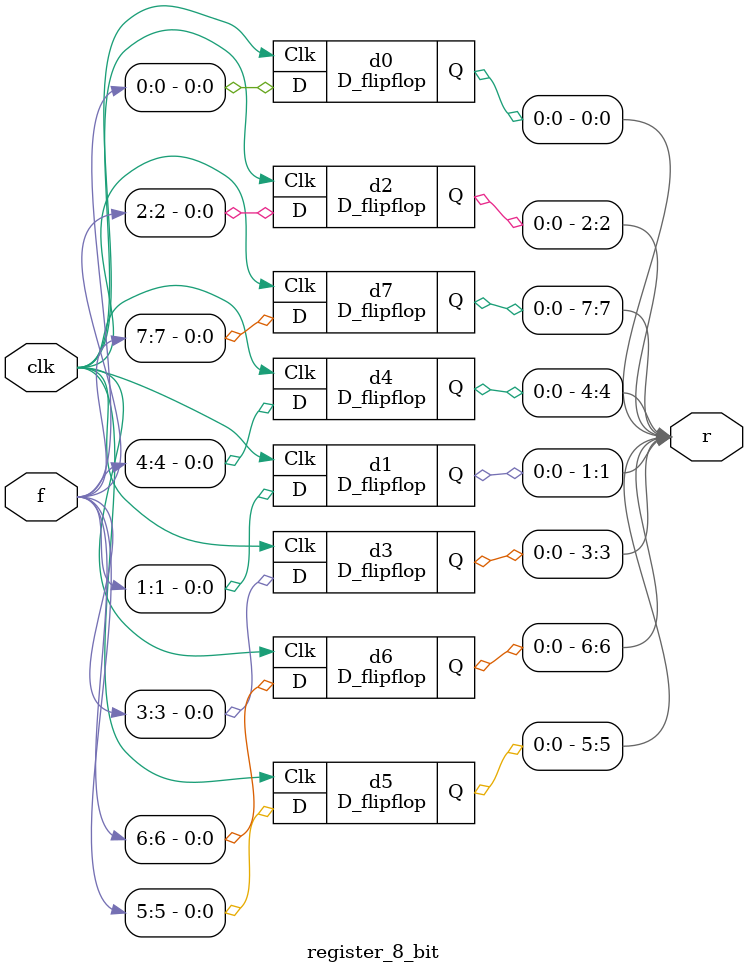
<source format=v>
module D_flipflop(Q,D,Clk);
	input D,Clk;
	output Q;
	reg Q;
	always@(posedge Clk)
		Q<=D;
endmodule
module register_8_bit(clk,f,r);
	input [7:0]f;
	input clk;
	output [7:0]r;
	D_flipflop d0(r[0],f[0],clk);
	D_flipflop d1(r[1],f[1],clk);
	D_flipflop d2(r[2],f[2],clk);
	D_flipflop d3(r[3],f[3],clk);
	D_flipflop d4(r[4],f[4],clk);
	D_flipflop d5(r[5],f[5],clk);
	D_flipflop d6(r[6],f[6],clk);
	D_flipflop d7(r[7],f[7],clk);
endmodule

</source>
